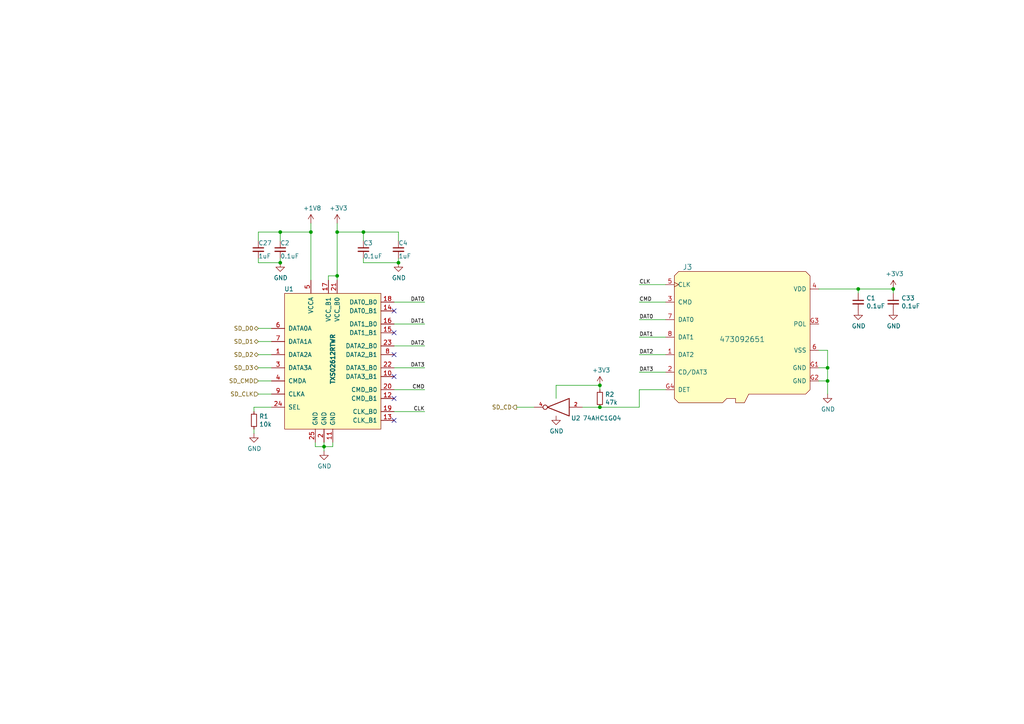
<source format=kicad_sch>
(kicad_sch (version 20230819) (generator eeschema)
  (paper "A4")
  (lib_symbols
    (symbol "74xGxx:74AHC1G04" (pin_names (offset 1.016))
      (property "Reference" "U" (at -2.54 3.81 0))
      (property "Value" "74AHC1G04" (at 0 -3.81 0))
      (symbol "74AHC1G04_0_1"
        (polyline (pts (xy -3.81 2.54) (xy -3.81 -2.54) (xy 2.54 0) (xy -3.81 2.54)) (stroke (width 0.254)))
      )
      (symbol "74AHC1G04_1_1"
        (pin input line (at -7.62 0 0) (length 3.81) (name "~") (number "2"))
        (pin power_in line (at 0 -2.54 270) (length 0) hide (name "GND") (number "3"))
        (pin output inverted (at 6.35 0 180) (length 3.81) (name "~") (number "4"))
        (pin power_in line (at 0 2.54 90) (length 0) hide (name "VCC") (number "5"))
      )
    )
    (symbol "Device:C_Small" (pin_numbers hide) (pin_names (offset 0.254) hide)
      (property "Reference" "C" (at 0.254 1.778 0))
      (property "Value" "C_Small" (at 0.254 -2.032 0))
      (symbol "C_Small_0_1"
        (polyline (pts (xy -1.524 -0.508) (xy 1.524 -0.508)) (stroke (width 0.3302)))
        (polyline (pts (xy -1.524 0.508) (xy 1.524 0.508)) (stroke (width 0.3048)))
      )
      (symbol "C_Small_1_1"
        (pin passive line (at 0 2.54 270) (length 2.032) (name "~") (number "1"))
        (pin passive line (at 0 -2.54 90) (length 2.032) (name "~") (number "2"))
      )
    )
    (symbol "Device:R_Small" (pin_numbers hide) (pin_names (offset 0.254) hide)
      (property "Reference" "R" (at 0.762 0.508 0))
      (property "Value" "R_Small" (at 0.762 -1.016 0))
      (symbol "R_Small_0_1"
        (rectangle (start -0.762 1.778) (end 0.762 -1.778) (stroke (width 0.2032)))
      )
      (symbol "R_Small_1_1"
        (pin passive line (at 0 2.54 270) (length 0.762) (name "~") (number "1"))
        (pin passive line (at 0 -2.54 90) (length 0.762) (name "~") (number "2"))
      )
    )
    (symbol "SD:0473093351" (pin_names (offset 1.016))
      (property "Reference" "J" (at -3.81 5.08 0))
      (property "Value" "0473093351" (at 12.7 5.08 0))
      (symbol "0473093351_0_1"
        (polyline (pts (xy -7.62 5.08) (xy -6.35 6.35) (xy 30.48 6.35) (xy 31.75 5.08) (xy 31.75 -27.94) (xy 30.48 -29.21) (xy 13.97 -29.21) (xy 12.7 -31.75) (xy 10.16 -31.75) (xy 10.16 -30.48) (xy 7.62 -30.48) (xy 6.35 -31.75) (xy -6.35 -31.75) (xy -7.62 -30.48) (xy -7.62 5.08)) (fill (type background)))
      )
      (symbol "0473093351_1_1"
        (pin bidirectional line (at -10.16 -17.78 0) (length 2.54) (name "DAT2") (number "1"))
        (pin bidirectional line (at -10.16 -22.86 0) (length 2.54) (name "CD/DAT3") (number "2"))
        (pin input line (at -10.16 -2.54 0) (length 2.54) (name "CMD") (number "3"))
        (pin bidirectional line (at 34.29 1.27 180) (length 2.54) (name "VDD") (number "4"))
        (pin input clock (at -10.16 2.54 0) (length 2.54) (name "CLK") (number "5"))
        (pin power_in line (at 34.29 -16.51 180) (length 2.54) (name "VSS") (number "6"))
        (pin bidirectional line (at -10.16 -7.62 0) (length 2.54) (name "DAT0") (number "7"))
        (pin bidirectional line (at -10.16 -12.7 0) (length 2.54) (name "DAT1") (number "8"))
        (pin power_in line (at 34.29 -21.59 180) (length 2.54) (name "GND") (number "G1"))
        (pin power_in line (at 34.29 -25.4 180) (length 2.54) (name "GND") (number "G2"))
        (pin power_in line (at 34.29 -8.89 180) (length 2.54) (name "POL") (number "G3"))
        (pin power_in line (at -10.16 -27.94 0) (length 2.54) (name "DET") (number "G4"))
      )
    )
    (symbol "TXS02612ZQSR:TXS02612ZQSR" (pin_names (offset 1.016))
      (property "Reference" "U" (at -12.7 -20.32 0))
      (property "Value" "TXS02612ZQSR" (at 0 0 90))
      (symbol "TXS02612ZQSR_0_1"
        (rectangle (start -13.97 20.32) (end 13.97 -19.05) (fill (type background)))
      )
      (symbol "TXS02612ZQSR_1_1"
        (pin bidirectional line (at -17.78 2.54 0) (length 3.81) (name "DATA2A") (number "1"))
        (pin bidirectional line (at 17.78 -3.81 180) (length 3.81) (name "DATA3_B1") (number "10"))
        (pin power_in line (at 0 -22.86 90) (length 3.81) (name "GND") (number "11"))
        (pin bidirectional line (at 17.78 -10.16 180) (length 3.81) (name "CMD_B1") (number "12"))
        (pin bidirectional line (at 17.78 -16.51 180) (length 3.81) (name "CLK_B1") (number "13"))
        (pin bidirectional line (at 17.78 15.24 180) (length 3.81) (name "DAT0_B1") (number "14"))
        (pin bidirectional line (at 17.78 8.89 180) (length 3.81) (name "DAT1_B1") (number "15"))
        (pin bidirectional line (at 17.78 11.43 180) (length 3.81) (name "DAT1_B0") (number "16"))
        (pin power_in line (at -1.27 24.13 270) (length 3.81) (name "VCC_B1") (number "17"))
        (pin bidirectional line (at 17.78 17.78 180) (length 3.81) (name "DAT0_B0") (number "18"))
        (pin bidirectional line (at 17.78 -13.97 180) (length 3.81) (name "CLK_B0") (number "19"))
        (pin power_in line (at -2.54 -22.86 90) (length 3.81) (name "GND") (number "2"))
        (pin bidirectional line (at 17.78 -7.62 180) (length 3.81) (name "CMD_B0") (number "20"))
        (pin power_in line (at 1.27 24.13 270) (length 3.81) (name "VCC_B0") (number "21"))
        (pin bidirectional line (at 17.78 -1.27 180) (length 3.81) (name "DATA3_B0") (number "22"))
        (pin bidirectional line (at 17.78 5.08 180) (length 3.81) (name "DATA2_B0") (number "23"))
        (pin bidirectional line (at -17.78 -12.7 0) (length 3.81) (name "SEL") (number "24"))
        (pin power_in line (at -5.08 -22.86 90) (length 3.81) (name "GND") (number "25"))
        (pin bidirectional line (at -17.78 -1.27 0) (length 3.81) (name "DATA3A") (number "3"))
        (pin bidirectional line (at -17.78 -5.08 0) (length 3.81) (name "CMDA") (number "4"))
        (pin power_in line (at -6.35 24.13 270) (length 3.81) (name "VCCA") (number "5"))
        (pin bidirectional line (at -17.78 10.16 0) (length 3.81) (name "DATA0A") (number "6"))
        (pin bidirectional line (at -17.78 6.35 0) (length 3.81) (name "DATA1A") (number "7"))
        (pin bidirectional line (at 17.78 2.54 180) (length 3.81) (name "DATA2_B1") (number "8"))
        (pin bidirectional line (at -17.78 -8.89 0) (length 3.81) (name "CLKA") (number "9"))
      )
    )
    (symbol "power:+1V8" (power) (pin_names (offset 0))
      (property "Value" "+1V8" (at 0 3.556 0))
      (symbol "+1V8_0_1"
        (polyline (pts (xy -0.762 1.27) (xy 0 2.54)))
        (polyline (pts (xy 0 0) (xy 0 2.54)))
        (polyline (pts (xy 0 2.54) (xy 0.762 1.27)))
      )
      (symbol "+1V8_1_1"
        (pin power_in line (at 0 0 90) (length 0) hide (name "+1V8") (number "1"))
      )
    )
    (symbol "power:+3V3" (power) (pin_names (offset 0))
      (property "Value" "+3V3" (at 0 3.556 0))
      (symbol "+3V3_0_1"
        (polyline (pts (xy -0.762 1.27) (xy 0 2.54)))
        (polyline (pts (xy 0 0) (xy 0 2.54)))
        (polyline (pts (xy 0 2.54) (xy 0.762 1.27)))
      )
      (symbol "+3V3_1_1"
        (pin power_in line (at 0 0 90) (length 0) hide (name "+3V3") (number "1"))
      )
    )
    (symbol "power:GND" (power) (pin_names (offset 0))
      (property "Value" "GND" (at 0 -3.81 0))
      (symbol "GND_0_1"
        (polyline (pts (xy 0 0) (xy 0 -1.27) (xy 1.27 -1.27) (xy 0 -2.54) (xy -1.27 -1.27) (xy 0 -1.27)))
      )
      (symbol "GND_1_1"
        (pin power_in line (at 0 0 270) (length 0) hide (name "GND") (number "1"))
      )
    )
  )
  (junction (at 97.79 80.01))
  (junction (at 248.92 83.82))
  (junction (at 173.99 111.76))
  (junction (at 115.57 76.2))
  (junction (at 81.28 67.31))
  (junction (at 173.99 118.11))
  (junction (at 240.03 110.49))
  (junction (at 93.98 129.54))
  (junction (at 90.17 67.31))
  (junction (at 81.28 76.2))
  (junction (at 259.08 83.82))
  (junction (at 240.03 106.68))
  (junction (at 105.41 67.31))
  (junction (at 97.79 67.31))
  (no_connect (at 114.3 102.87))
  (no_connect (at 114.3 109.22))
  (no_connect (at 114.3 96.52))
  (no_connect (at 114.3 115.57))
  (no_connect (at 114.3 90.17))
  (no_connect (at 114.3 121.92))
  (wire (pts (xy 95.25 81.28) (xy 95.25 80.01)))
  (wire (pts (xy 168.91 118.11) (xy 173.99 118.11)))
  (wire (pts (xy 240.03 101.6) (xy 240.03 106.68)))
  (wire (pts (xy 81.28 76.2) (xy 81.28 74.93)))
  (wire (pts (xy 97.79 67.31) (xy 97.79 80.01)))
  (wire (pts (xy 237.49 83.82) (xy 248.92 83.82)))
  (wire (pts (xy 115.57 76.2) (xy 115.57 74.93)))
  (wire (pts (xy 185.42 118.11) (xy 173.99 118.11)))
  (wire (pts (xy 193.04 82.55) (xy 185.42 82.55)))
  (wire (pts (xy 81.28 67.31) (xy 74.93 67.31)))
  (wire (pts (xy 161.29 111.76) (xy 161.29 115.57)))
  (wire (pts (xy 114.3 106.68) (xy 123.19 106.68)))
  (wire (pts (xy 193.04 97.79) (xy 185.42 97.79)))
  (wire (pts (xy 193.04 87.63) (xy 185.42 87.63)))
  (wire (pts (xy 96.52 129.54) (xy 96.52 128.27)))
  (wire (pts (xy 259.08 85.09) (xy 259.08 83.82)))
  (wire (pts (xy 73.66 118.11) (xy 73.66 119.38)))
  (wire (pts (xy 240.03 106.68) (xy 240.03 110.49)))
  (wire (pts (xy 248.92 83.82) (xy 259.08 83.82)))
  (wire (pts (xy 78.74 95.25) (xy 74.93 95.25)))
  (wire (pts (xy 93.98 129.54) (xy 93.98 130.81)))
  (wire (pts (xy 193.04 113.03) (xy 185.42 113.03)))
  (wire (pts (xy 81.28 67.31) (xy 81.28 69.85)))
  (wire (pts (xy 90.17 64.77) (xy 90.17 67.31)))
  (wire (pts (xy 237.49 110.49) (xy 240.03 110.49)))
  (wire (pts (xy 115.57 69.85) (xy 115.57 67.31)))
  (wire (pts (xy 97.79 80.01) (xy 97.79 81.28)))
  (wire (pts (xy 154.94 118.11) (xy 149.86 118.11)))
  (wire (pts (xy 73.66 124.46) (xy 73.66 125.73)))
  (wire (pts (xy 78.74 110.49) (xy 74.93 110.49)))
  (wire (pts (xy 114.3 119.38) (xy 123.19 119.38)))
  (wire (pts (xy 74.93 76.2) (xy 81.28 76.2)))
  (wire (pts (xy 95.25 80.01) (xy 97.79 80.01)))
  (wire (pts (xy 105.41 76.2) (xy 105.41 74.93)))
  (wire (pts (xy 193.04 107.95) (xy 185.42 107.95)))
  (wire (pts (xy 74.93 74.93) (xy 74.93 76.2)))
  (wire (pts (xy 78.74 118.11) (xy 73.66 118.11)))
  (wire (pts (xy 78.74 114.3) (xy 74.93 114.3)))
  (wire (pts (xy 240.03 110.49) (xy 240.03 114.3)))
  (wire (pts (xy 81.28 67.31) (xy 90.17 67.31)))
  (wire (pts (xy 74.93 67.31) (xy 74.93 69.85)))
  (wire (pts (xy 240.03 101.6) (xy 237.49 101.6)))
  (wire (pts (xy 114.3 100.33) (xy 123.19 100.33)))
  (wire (pts (xy 173.99 113.03) (xy 173.99 111.76)))
  (wire (pts (xy 91.44 128.27) (xy 91.44 129.54)))
  (wire (pts (xy 114.3 113.03) (xy 123.19 113.03)))
  (wire (pts (xy 93.98 128.27) (xy 93.98 129.54)))
  (wire (pts (xy 248.92 83.82) (xy 248.92 85.09)))
  (wire (pts (xy 185.42 113.03) (xy 185.42 118.11)))
  (wire (pts (xy 105.41 69.85) (xy 105.41 67.31)))
  (wire (pts (xy 114.3 93.98) (xy 123.19 93.98)))
  (wire (pts (xy 78.74 106.68) (xy 74.93 106.68)))
  (wire (pts (xy 91.44 129.54) (xy 93.98 129.54)))
  (wire (pts (xy 78.74 102.87) (xy 74.93 102.87)))
  (wire (pts (xy 193.04 102.87) (xy 185.42 102.87)))
  (wire (pts (xy 115.57 67.31) (xy 105.41 67.31)))
  (wire (pts (xy 90.17 67.31) (xy 90.17 81.28)))
  (wire (pts (xy 97.79 64.77) (xy 97.79 67.31)))
  (wire (pts (xy 193.04 92.71) (xy 185.42 92.71)))
  (wire (pts (xy 114.3 87.63) (xy 123.19 87.63)))
  (wire (pts (xy 115.57 76.2) (xy 105.41 76.2)))
  (wire (pts (xy 237.49 106.68) (xy 240.03 106.68)))
  (wire (pts (xy 93.98 129.54) (xy 96.52 129.54)))
  (wire (pts (xy 105.41 67.31) (xy 97.79 67.31)))
  (wire (pts (xy 173.99 111.76) (xy 161.29 111.76)))
  (wire (pts (xy 78.74 99.06) (xy 74.93 99.06)))
  (label "CMD" (at 123.19 113.03 180) (effects (font (size 1.0922 1.0922))))
  (label "DAT3" (at 123.19 106.68 180) (effects (font (size 1.0922 1.0922))))
  (label "DAT0" (at 123.19 87.63 180) (effects (font (size 1.0922 1.0922))))
  (label "CLK" (at 123.19 119.38 180) (effects (font (size 1.0922 1.0922))))
  (label "DAT2" (at 185.42 102.87 0) (effects (font (size 1.0922 1.0922))))
  (label "DAT1" (at 185.42 97.79 0) (effects (font (size 1.0922 1.0922))))
  (label "CLK" (at 185.42 82.55 0) (effects (font (size 1.0922 1.0922))))
  (label "DAT3" (at 185.42 107.95 0) (effects (font (size 1.0922 1.0922))))
  (label "CMD" (at 185.42 87.63 0) (effects (font (size 1.0922 1.0922))))
  (label "DAT0" (at 185.42 92.71 0) (effects (font (size 1.0922 1.0922))))
  (label "DAT2" (at 123.19 100.33 180) (effects (font (size 1.0922 1.0922))))
  (label "DAT1" (at 123.19 93.98 180) (effects (font (size 1.0922 1.0922))))
  (hierarchical_label "SD_CD" (shape output) (at 149.86 118.11 180) (effects (font (size 1.1938 1.1938))))
  (hierarchical_label "SD_CLK" (shape input) (at 74.93 114.3 180) (effects (font (size 1.1938 1.1938))))
  (hierarchical_label "SD_D3" (shape bidirectional) (at 74.93 106.68 180) (effects (font (size 1.1938 1.1938))))
  (hierarchical_label "SD_D2" (shape bidirectional) (at 74.93 102.87 180) (effects (font (size 1.1938 1.1938))))
  (hierarchical_label "SD_D0" (shape bidirectional) (at 74.93 95.25 180) (effects (font (size 1.1938 1.1938))))
  (hierarchical_label "SD_CMD" (shape input) (at 74.93 110.49 180) (effects (font (size 1.1938 1.1938))))
  (hierarchical_label "SD_D1" (shape bidirectional) (at 74.93 99.06 180) (effects (font (size 1.1938 1.1938))))
  (symbol (lib_id "TXS02612ZQSR:TXS02612ZQSR") (at 96.52 105.41 0) (unit 1)
    (property "Reference" "U1" (at 83.82 83.82 0))
    (property "Value" "TXS02612RTWR" (at 96.52 104.14 90) (effects (font bold)))
    (property "Footprint" "smd:VQFN-24-1EP_4x4mm_P0.5mm_EP2.45x2.45mm_ThermalVias" (effects hide))
    (property "Datasheet" "https://www.ti.com/lit/ds/symlink/txs02612.pdf?HQS=dis-dk-null-digikeymode-dsf-pf-null-wwe&ts=1681178235190" (effects hide))
    (property "Manufacturer_Part_Number" "TXS02612RTWR" (effects hide))
  )
  (symbol (lib_id "Device:C_Small") (at 105.41 72.39 0) (unit 1)
    (property "Reference" "C3" (at 105.41 70.485 0) (effects (justify left)))
    (property "Value" "0.1uF" (at 105.41 74.295 0) (effects (justify left)))
    (property "Footprint" "smd:C_0201_0603Metric" (effects hide))
    (property "Datasheet" "https://mm.digikey.com/Volume0/opasdata/d220001/medias/docus/41/CL03A104KQ3NNNC_SS.pdf" (effects hide))
    (property "Manufacturer_Part_Number" "CL03A104KQ3NNNC" (effects hide))
  )
  (symbol (lib_id "Device:C_Small") (at 115.57 72.39 0) (unit 1)
    (property "Reference" "C4" (at 115.57 70.485 0) (effects (justify left)))
    (property "Value" "1uF" (at 115.57 74.295 0) (effects (justify left)))
    (property "Footprint" "smd:C_0402_1005Metric" (effects hide))
    (property "Datasheet" "https://datasheets.kyocera-avx.com/cx5r.pdf" (effects hide))
    (property "Manufacturer_Part_Number" "KGM05AR51A105KH" (effects hide))
  )
  (symbol (lib_id "Device:C_Small") (at 81.28 72.39 0) (unit 1)
    (property "Reference" "C2" (at 81.28 70.485 0) (effects (justify left)))
    (property "Value" "0.1uF" (at 81.28 74.295 0) (effects (justify left)))
    (property "Footprint" "smd:C_0201_0603Metric" (effects hide))
    (property "Datasheet" "https://mm.digikey.com/Volume0/opasdata/d220001/medias/docus/41/CL03A104KQ3NNNC_SS.pdf" (effects hide))
    (property "Manufacturer_Part_Number" "CL03A104KQ3NNNC" (effects hide))
  )
  (symbol (lib_id "Device:C_Small") (at 248.92 87.63 0) (unit 1)
    (property "Reference" "C1" (at 251.2568 86.4616 0) (effects (justify left)))
    (property "Value" "0.1uF" (at 251.2568 88.773 0) (effects (justify left)))
    (property "Footprint" "smd:C_0201_0603Metric" (effects hide))
    (property "Datasheet" "https://mm.digikey.com/Volume0/opasdata/d220001/medias/docus/41/CL03A104KQ3NNNC_SS.pdf" (effects hide))
    (property "Manufacturer_Part_Number" "CL03A104KQ3NNNC" (effects hide))
  )
  (symbol (lib_id "Device:R_Small") (at 73.66 121.92 0) (unit 1)
    (property "Reference" "R1" (at 75.1586 120.7516 0) (effects (justify left)))
    (property "Value" "10k" (at 75.1586 123.063 0) (effects (justify left)))
    (property "Footprint" "smd:R_0201_0603Metric" (effects hide))
    (property "Datasheet" "https://industrial.panasonic.com/cdbs/www-data/pdf/RDA0000/AOA0000C304.pdf" (effects hide))
    (property "Manufacturer_Part_Number" "ERJ-1GNF1002C" (effects hide))
  )
  (symbol (lib_id "power:GND") (at 115.57 76.2 0) (unit 1)
    (property "Reference" "#PWR0108" (effects hide))
    (property "Value" "GND" (at 115.697 80.5942 0))
  )
  (symbol (lib_id "power:+1V8") (at 90.17 64.77 0) (unit 1)
    (property "Reference" "#PWR0110" (effects hide))
    (property "Value" "+1V8" (at 90.551 60.3758 0))
  )
  (symbol (lib_id "74xGxx:74AHC1G04") (at 161.29 118.11 0) (mirror y) (unit 1)
    (property "Reference" "U2" (at 167.005 121.285 0))
    (property "Value" "74AHC1G04" (at 174.625 121.285 0))
    (property "Footprint" "Package_TO_SOT_SMD:SOT-353_SC-70-5" (effects hide))
    (property "Datasheet" "http://www.ti.com/lit/sg/scyt129e/scyt129e.pdf" (effects hide))
    (property "Manufacturer_Part_Number" "74AHC1G04SE-7" (effects hide))
  )
  (symbol (lib_id "power:GND") (at 81.28 76.2 0) (unit 1)
    (property "Reference" "#PWR0111" (effects hide))
    (property "Value" "GND" (at 81.407 80.5942 0))
  )
  (symbol (lib_id "Device:R_Small") (at 173.99 115.57 0) (unit 1)
    (property "Reference" "R2" (at 175.4886 114.4016 0) (effects (justify left)))
    (property "Value" "47k" (at 175.4886 116.713 0) (effects (justify left)))
    (property "Footprint" "smd:R_0201_0603Metric" (effects hide))
    (property "Datasheet" "https://industrial.panasonic.com/cdbs/www-data/pdf/RDA0000/AOA0000C304.pdf" (effects hide))
    (property "Manufacturer_Part_Number" "ERJ-1GNF4702C" (effects hide))
  )
  (symbol (lib_id "power:GND") (at 73.66 125.73 0) (unit 1)
    (property "Reference" "#PWR0113" (effects hide))
    (property "Value" "GND" (at 73.787 130.1242 0))
  )
  (symbol (lib_id "power:GND") (at 161.29 120.65 0) (unit 1)
    (property "Reference" "#PWR0114" (effects hide))
    (property "Value" "GND" (at 161.417 125.0442 0))
  )
  (symbol (lib_id "power:GND") (at 240.03 114.3 0) (unit 1)
    (property "Reference" "#PWR0115" (effects hide))
    (property "Value" "GND" (at 240.157 118.6942 0))
  )
  (symbol (lib_id "power:GND") (at 248.92 90.17 0) (unit 1)
    (property "Reference" "#PWR0116" (effects hide))
    (property "Value" "GND" (at 249.047 94.5642 0))
  )
  (symbol (lib_id "SD:0473093351") (at 203.2 85.09 0) (unit 1)
    (property "Reference" "J3" (at 199.39 77.47 0) (effects (font (size 1.524 1.524))))
    (property "Value" "473092651" (at 215.265 98.425 0) (effects (font (size 1.524 1.524))))
    (property "Footprint" "smd:0473093351" (effects hide))
    (property "Datasheet" "https://www.molex.com/pdm_docs/ps/PS-47309-001.pdf" (effects hide))
    (property "Manufacturer_Part_Number" "473092651" (effects hide))
  )
  (symbol (lib_id "Device:C_Small") (at 74.93 72.39 0) (unit 1)
    (property "Reference" "C27" (at 74.93 70.485 0) (effects (justify left)))
    (property "Value" "1uF" (at 74.93 74.295 0) (effects (justify left)))
    (property "Footprint" "smd:C_0402_1005Metric" (effects hide))
    (property "Datasheet" "https://datasheets.kyocera-avx.com/cx5r.pdf" (effects hide))
    (property "Manufacturer_Part_Number" "KGM05AR51A105KH" (effects hide))
  )
  (symbol (lib_id "power:GND") (at 93.98 130.81 0) (unit 1)
    (property "Reference" "#PWR0181" (effects hide))
    (property "Value" "GND" (at 94.107 135.2042 0))
  )
  (symbol (lib_id "power:+3V3") (at 97.79 64.77 0) (unit 1)
    (property "Reference" "#PWR012" (effects hide))
    (property "Value" "+3V3" (at 98.171 60.3758 0))
  )
  (symbol (lib_id "power:+3V3") (at 173.99 111.76 0) (unit 1)
    (property "Reference" "#PWR07" (effects hide))
    (property "Value" "+3V3" (at 174.371 107.3658 0))
  )
  (symbol (lib_id "power:+3V3") (at 259.08 83.82 0) (unit 1)
    (property "Reference" "#PWR08" (effects hide))
    (property "Value" "+3V3" (at 259.461 79.4258 0))
  )
  (symbol (lib_id "power:GND") (at 259.08 90.17 0) (unit 1)
    (property "Reference" "#PWR080" (effects hide))
    (property "Value" "GND" (at 259.207 94.5642 0))
  )
  (symbol (lib_id "Device:C_Small") (at 259.08 87.63 0) (unit 1)
    (property "Reference" "C33" (at 261.4168 86.4616 0) (effects (justify left)))
    (property "Value" "0.1uF" (at 261.4168 88.773 0) (effects (justify left)))
    (property "Footprint" "smd:C_0201_0603Metric" (effects hide))
    (property "Datasheet" "https://mm.digikey.com/Volume0/opasdata/d220001/medias/docus/41/CL03A104KQ3NNNC_SS.pdf" (effects hide))
    (property "Manufacturer_Part_Number" "CL03A104KQ3NNNC" (effects hide))
  )
)
</source>
